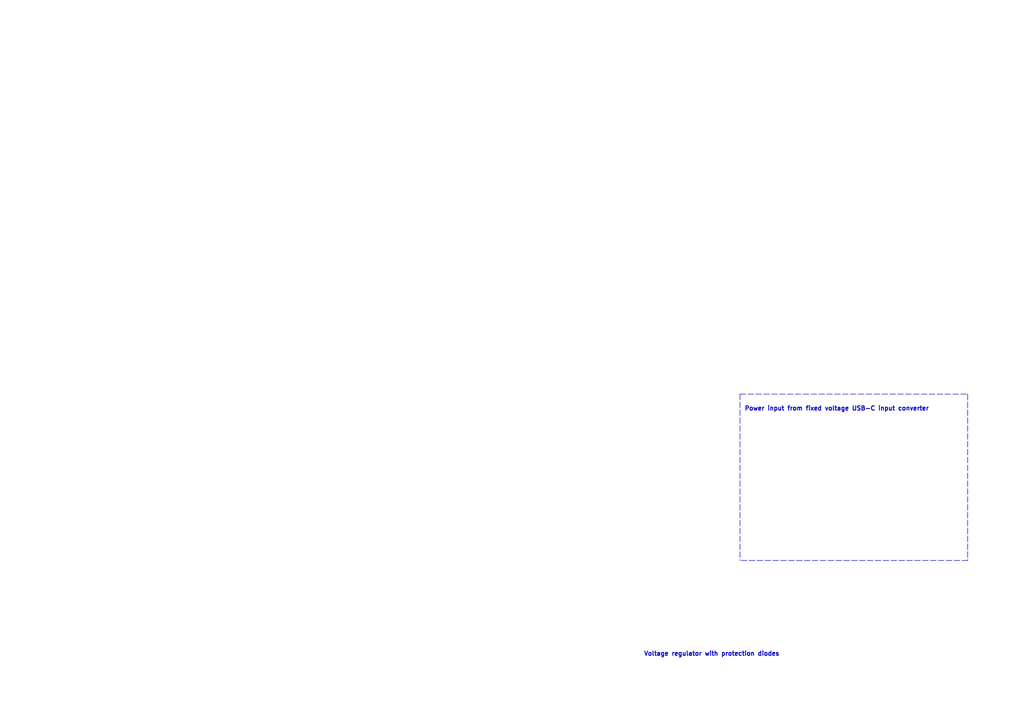
<source format=kicad_sch>
(kicad_sch (version 20211123) (generator eeschema)
  (paper "A4")
  (lib_symbols)
  (polyline (pts (xy 280.67 114.3) (xy 280.67 162.56)))
  (polyline (pts (xy 280.67 162.56) (xy 214.63 162.56)))
  (polyline (pts (xy 214.63 114.3) (xy 214.63 162.56)))
  (polyline (pts (xy 214.63 114.3) (xy 280.67 114.3)))
  (text "Power input from fixed voltage USB-C input converter" (at 215.9 119.38 0) (effects (font (size 1.27 1.27) bold) (justify left bottom)))
  (text "Voltage regulator with protection diodes" (at 186.69 190.5 0) (effects (font (size 1.27 1.27) bold) (justify left bottom)))
)
</source>
